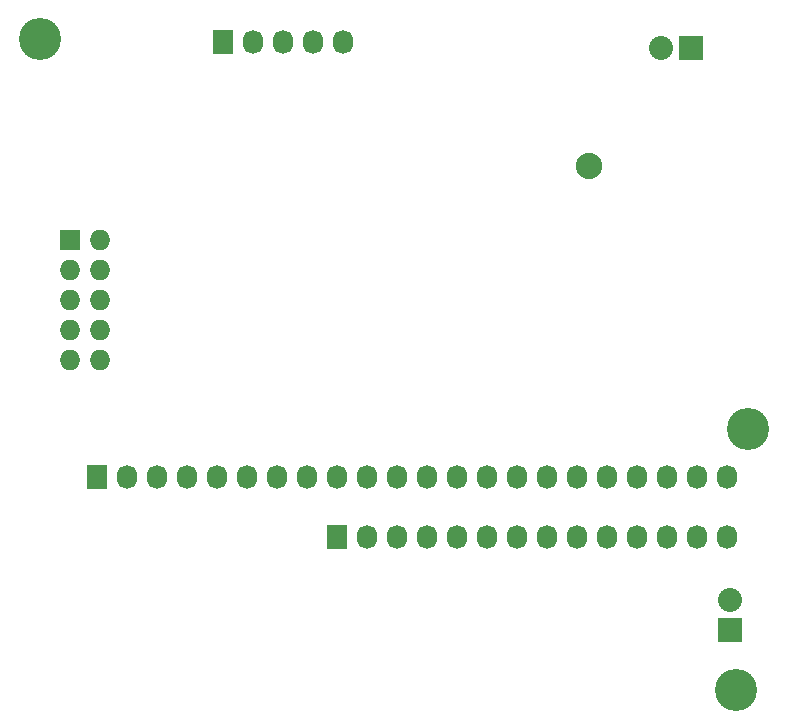
<source format=gbs>
G04 #@! TF.FileFunction,Soldermask,Bot*
%FSLAX46Y46*%
G04 Gerber Fmt 4.6, Leading zero omitted, Abs format (unit mm)*
G04 Created by KiCad (PCBNEW 0.201508130901+6089~28~ubuntu14.04.1-product) date Sa 15 Aug 2015 16:32:31 CEST*
%MOMM*%
G01*
G04 APERTURE LIST*
%ADD10C,0.100000*%
%ADD11C,3.564000*%
%ADD12R,1.727200X2.032000*%
%ADD13O,1.727200X2.032000*%
%ADD14R,2.032000X2.032000*%
%ADD15O,2.032000X2.032000*%
%ADD16R,1.727200X1.727200*%
%ADD17O,1.727200X1.727200*%
%ADD18C,2.235200*%
G04 APERTURE END LIST*
D10*
D11*
X179578000Y-112776000D03*
X178562000Y-134874000D03*
D12*
X124460000Y-116840000D03*
D13*
X127000000Y-116840000D03*
X129540000Y-116840000D03*
X132080000Y-116840000D03*
X134620000Y-116840000D03*
X137160000Y-116840000D03*
X139700000Y-116840000D03*
X142240000Y-116840000D03*
X144780000Y-116840000D03*
X147320000Y-116840000D03*
X149860000Y-116840000D03*
X152400000Y-116840000D03*
X154940000Y-116840000D03*
X157480000Y-116840000D03*
X160020000Y-116840000D03*
X162560000Y-116840000D03*
X165100000Y-116840000D03*
X167640000Y-116840000D03*
X170180000Y-116840000D03*
X172720000Y-116840000D03*
X175260000Y-116840000D03*
X177800000Y-116840000D03*
D12*
X144780000Y-121920000D03*
D13*
X147320000Y-121920000D03*
X149860000Y-121920000D03*
X152400000Y-121920000D03*
X154940000Y-121920000D03*
X157480000Y-121920000D03*
X160020000Y-121920000D03*
X162560000Y-121920000D03*
X165100000Y-121920000D03*
X167640000Y-121920000D03*
X170180000Y-121920000D03*
X172720000Y-121920000D03*
X175260000Y-121920000D03*
X177800000Y-121920000D03*
D14*
X178054000Y-129794000D03*
D15*
X178054000Y-127254000D03*
D12*
X135128000Y-80010000D03*
D13*
X137668000Y-80010000D03*
X140208000Y-80010000D03*
X142748000Y-80010000D03*
X145288000Y-80010000D03*
D16*
X122174000Y-96774000D03*
D17*
X124714000Y-96774000D03*
X122174000Y-99314000D03*
X124714000Y-99314000D03*
X122174000Y-101854000D03*
X124714000Y-101854000D03*
X122174000Y-104394000D03*
X124714000Y-104394000D03*
X122174000Y-106934000D03*
X124714000Y-106934000D03*
D14*
X174752000Y-80518000D03*
D15*
X172212000Y-80518000D03*
D11*
X119634000Y-79756000D03*
D18*
X166116000Y-90563700D03*
M02*

</source>
